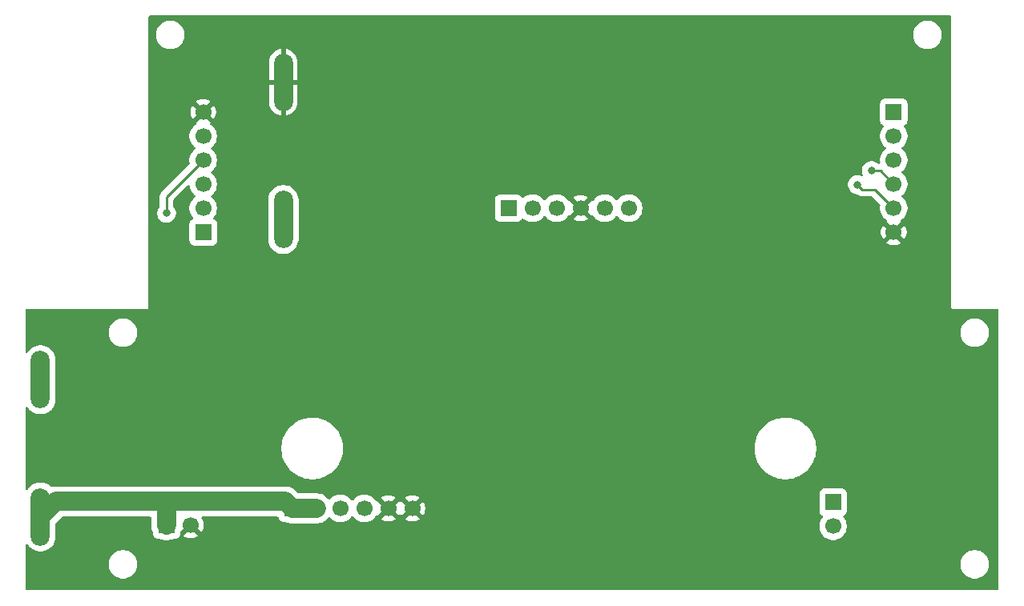
<source format=gbr>
G04 #@! TF.GenerationSoftware,KiCad,Pcbnew,9.0.4*
G04 #@! TF.CreationDate,2025-08-30T14:04:45-07:00*
G04 #@! TF.ProjectId,romi_board_bottom,726f6d69-5f62-46f6-9172-645f626f7474,rev?*
G04 #@! TF.SameCoordinates,Original*
G04 #@! TF.FileFunction,Copper,L2,Bot*
G04 #@! TF.FilePolarity,Positive*
%FSLAX46Y46*%
G04 Gerber Fmt 4.6, Leading zero omitted, Abs format (unit mm)*
G04 Created by KiCad (PCBNEW 9.0.4) date 2025-08-30 14:04:45*
%MOMM*%
%LPD*%
G01*
G04 APERTURE LIST*
G04 #@! TA.AperFunction,ComponentPad*
%ADD10R,1.700000X1.700000*%
G04 #@! TD*
G04 #@! TA.AperFunction,ComponentPad*
%ADD11C,1.700000*%
G04 #@! TD*
G04 #@! TA.AperFunction,ComponentPad*
%ADD12O,2.020000X6.080000*%
G04 #@! TD*
G04 #@! TA.AperFunction,ViaPad*
%ADD13C,0.800000*%
G04 #@! TD*
G04 #@! TA.AperFunction,Conductor*
%ADD14C,2.000000*%
G04 #@! TD*
G04 #@! TA.AperFunction,Conductor*
%ADD15C,0.250000*%
G04 #@! TD*
G04 APERTURE END LIST*
D10*
X64872122Y-114010976D03*
D11*
X64872122Y-111470976D03*
X64872122Y-108930976D03*
X64872122Y-106390976D03*
X64872122Y-103850976D03*
X64872122Y-101310976D03*
D12*
X73332122Y-112660976D03*
X73332122Y-98160976D03*
X47672122Y-144130976D03*
X47672122Y-129630976D03*
D10*
X97132122Y-111470976D03*
D11*
X99672122Y-111470976D03*
X102212122Y-111470976D03*
X104752122Y-111470976D03*
X107292122Y-111470976D03*
X109832122Y-111470976D03*
D10*
X137842122Y-101310976D03*
D11*
X137842122Y-103850976D03*
X137842122Y-106390976D03*
X137842122Y-108930976D03*
X137842122Y-111470976D03*
X137842122Y-114010976D03*
D10*
X74272122Y-143220976D03*
D11*
X76812122Y-143220976D03*
X79352122Y-143220976D03*
X81892122Y-143220976D03*
X84432122Y-143220976D03*
X86972122Y-143220976D03*
D10*
X131422122Y-142580976D03*
D11*
X131422122Y-145120976D03*
D10*
X61000000Y-145000000D03*
D11*
X63540000Y-145000000D03*
D13*
X128000000Y-108000000D03*
X61000000Y-107000000D03*
X135500000Y-107500000D03*
X134000000Y-109000000D03*
X61000000Y-112000000D03*
D14*
X73551146Y-142500000D02*
X61000000Y-142500000D01*
X48582122Y-143220976D02*
X47700010Y-144103088D01*
X49303098Y-142500000D02*
X47672122Y-144130976D01*
X74272122Y-143220976D02*
X73551146Y-142500000D01*
X61000000Y-145000000D02*
X61000000Y-142500000D01*
X61000000Y-142500000D02*
X49303098Y-142500000D01*
X76812122Y-143220976D02*
X74272122Y-143220976D01*
D15*
X136411146Y-107500000D02*
X137842122Y-108930976D01*
X135500000Y-107500000D02*
X136411146Y-107500000D01*
X134000000Y-109000000D02*
X134500000Y-109500000D01*
X135871146Y-109500000D02*
X137842122Y-111470976D01*
X134500000Y-109500000D02*
X135871146Y-109500000D01*
X61000000Y-110263098D02*
X61000000Y-112000000D01*
X64872122Y-106390976D02*
X61000000Y-110263098D01*
G04 #@! TA.AperFunction,Conductor*
G36*
X143841621Y-91120502D02*
G01*
X143888114Y-91174158D01*
X143899500Y-91226500D01*
X143899500Y-122019992D01*
X143914799Y-122056927D01*
X143914802Y-122056932D01*
X143943067Y-122085197D01*
X143943069Y-122085198D01*
X143943071Y-122085200D01*
X143980009Y-122100500D01*
X144019991Y-122100500D01*
X148773500Y-122100500D01*
X148841621Y-122120502D01*
X148888114Y-122174158D01*
X148899500Y-122226500D01*
X148899500Y-151773500D01*
X148879498Y-151841621D01*
X148825842Y-151888114D01*
X148773500Y-151899500D01*
X46226500Y-151899500D01*
X46158379Y-151879498D01*
X46111886Y-151825842D01*
X46100500Y-151773500D01*
X46100500Y-149022884D01*
X54891622Y-149022884D01*
X54891622Y-149259068D01*
X54928569Y-149492344D01*
X55001554Y-149716968D01*
X55001555Y-149716969D01*
X55108781Y-149927412D01*
X55247606Y-150118488D01*
X55414609Y-150285491D01*
X55414612Y-150285493D01*
X55605689Y-150424319D01*
X55816130Y-150531544D01*
X56040754Y-150604529D01*
X56274030Y-150641476D01*
X56274033Y-150641476D01*
X56510211Y-150641476D01*
X56510214Y-150641476D01*
X56743490Y-150604529D01*
X56968114Y-150531544D01*
X57178555Y-150424319D01*
X57369632Y-150285493D01*
X57536639Y-150118486D01*
X57675465Y-149927409D01*
X57782690Y-149716968D01*
X57855675Y-149492344D01*
X57892622Y-149259068D01*
X57892622Y-149022884D01*
X144891622Y-149022884D01*
X144891622Y-149259068D01*
X144928569Y-149492344D01*
X145001554Y-149716968D01*
X145001555Y-149716969D01*
X145108781Y-149927412D01*
X145247606Y-150118488D01*
X145414609Y-150285491D01*
X145414612Y-150285493D01*
X145605689Y-150424319D01*
X145816130Y-150531544D01*
X146040754Y-150604529D01*
X146274030Y-150641476D01*
X146274033Y-150641476D01*
X146510211Y-150641476D01*
X146510214Y-150641476D01*
X146743490Y-150604529D01*
X146968114Y-150531544D01*
X147178555Y-150424319D01*
X147369632Y-150285493D01*
X147536639Y-150118486D01*
X147675465Y-149927409D01*
X147782690Y-149716968D01*
X147855675Y-149492344D01*
X147892622Y-149259068D01*
X147892622Y-149022884D01*
X147855675Y-148789608D01*
X147782690Y-148564984D01*
X147675465Y-148354543D01*
X147536639Y-148163466D01*
X147536637Y-148163463D01*
X147369634Y-147996460D01*
X147178558Y-147857635D01*
X147178557Y-147857634D01*
X147178555Y-147857633D01*
X146968114Y-147750408D01*
X146743490Y-147677423D01*
X146510214Y-147640476D01*
X146274030Y-147640476D01*
X146040754Y-147677423D01*
X146040751Y-147677423D01*
X146040750Y-147677424D01*
X145816130Y-147750408D01*
X145816128Y-147750409D01*
X145605685Y-147857635D01*
X145414609Y-147996460D01*
X145247606Y-148163463D01*
X145108781Y-148354539D01*
X145108779Y-148354543D01*
X145001554Y-148564984D01*
X144928569Y-148789608D01*
X144891622Y-149022884D01*
X57892622Y-149022884D01*
X57855675Y-148789608D01*
X57782690Y-148564984D01*
X57675465Y-148354543D01*
X57536639Y-148163466D01*
X57536637Y-148163463D01*
X57369634Y-147996460D01*
X57178558Y-147857635D01*
X57178557Y-147857634D01*
X57178555Y-147857633D01*
X56968114Y-147750408D01*
X56743490Y-147677423D01*
X56510214Y-147640476D01*
X56274030Y-147640476D01*
X56040754Y-147677423D01*
X56040751Y-147677423D01*
X56040750Y-147677424D01*
X55816130Y-147750408D01*
X55816128Y-147750409D01*
X55605685Y-147857635D01*
X55414609Y-147996460D01*
X55247606Y-148163463D01*
X55108781Y-148354539D01*
X55108779Y-148354543D01*
X55001554Y-148564984D01*
X54928569Y-148789608D01*
X54891622Y-149022884D01*
X46100500Y-149022884D01*
X46100500Y-147125558D01*
X46120502Y-147057437D01*
X46174158Y-147010944D01*
X46244432Y-147000840D01*
X46309012Y-147030334D01*
X46328435Y-147051496D01*
X46443701Y-147210146D01*
X46443703Y-147210148D01*
X46443705Y-147210151D01*
X46622946Y-147389392D01*
X46622949Y-147389394D01*
X46622952Y-147389397D01*
X46828036Y-147538399D01*
X47053905Y-147653485D01*
X47294996Y-147731820D01*
X47545373Y-147771476D01*
X47545376Y-147771476D01*
X47798868Y-147771476D01*
X47798871Y-147771476D01*
X48049248Y-147731820D01*
X48290339Y-147653485D01*
X48516208Y-147538399D01*
X48721292Y-147389397D01*
X48900543Y-147210146D01*
X49049545Y-147005062D01*
X49164631Y-146779193D01*
X49242966Y-146538102D01*
X49282622Y-146287725D01*
X49282622Y-144836115D01*
X49302624Y-144767994D01*
X49319527Y-144747020D01*
X49929142Y-144137405D01*
X49991454Y-144103379D01*
X50018237Y-144100500D01*
X59273500Y-144100500D01*
X59341621Y-144120502D01*
X59388114Y-144174158D01*
X59399500Y-144226500D01*
X59399500Y-145125962D01*
X59428175Y-145307007D01*
X59438911Y-145374790D01*
X59516759Y-145614380D01*
X59535767Y-145651684D01*
X59549500Y-145708886D01*
X59549500Y-145889359D01*
X59549501Y-145889368D01*
X59561865Y-145983281D01*
X59564956Y-146006762D01*
X59625464Y-146152841D01*
X59721718Y-146278282D01*
X59847159Y-146374536D01*
X59993238Y-146435044D01*
X60110639Y-146450500D01*
X60291110Y-146450499D01*
X60348313Y-146464232D01*
X60385619Y-146483240D01*
X60385621Y-146483241D01*
X60625215Y-146561090D01*
X60874038Y-146600500D01*
X60874041Y-146600500D01*
X61125959Y-146600500D01*
X61125962Y-146600500D01*
X61374785Y-146561090D01*
X61614379Y-146483241D01*
X61651686Y-146464231D01*
X61708888Y-146450499D01*
X61889360Y-146450499D01*
X61889368Y-146450498D01*
X61894106Y-146449874D01*
X62006762Y-146435044D01*
X62152841Y-146374536D01*
X62278282Y-146278282D01*
X62374536Y-146152841D01*
X62435044Y-146006762D01*
X62450500Y-145889361D01*
X62450499Y-145782479D01*
X62470500Y-145714360D01*
X62487404Y-145693384D01*
X63055841Y-145124946D01*
X63074075Y-145192993D01*
X63139901Y-145307007D01*
X63232993Y-145400099D01*
X63347007Y-145465925D01*
X63415051Y-145484157D01*
X62775831Y-146123378D01*
X62828249Y-146161463D01*
X62828251Y-146161464D01*
X63018707Y-146258506D01*
X63018713Y-146258509D01*
X63221996Y-146324559D01*
X63433126Y-146358000D01*
X63646874Y-146358000D01*
X63858003Y-146324559D01*
X64061286Y-146258509D01*
X64061292Y-146258506D01*
X64251750Y-146161463D01*
X64304167Y-146123378D01*
X64304167Y-146123376D01*
X63664948Y-145484157D01*
X63732993Y-145465925D01*
X63847007Y-145400099D01*
X63940099Y-145307007D01*
X64005925Y-145192993D01*
X64024158Y-145124947D01*
X64663377Y-145764167D01*
X64663378Y-145764167D01*
X64701463Y-145711750D01*
X64798506Y-145521292D01*
X64798509Y-145521286D01*
X64864559Y-145318003D01*
X64898000Y-145106873D01*
X64898000Y-144893126D01*
X64864559Y-144681996D01*
X64798509Y-144478713D01*
X64798506Y-144478707D01*
X64699218Y-144283842D01*
X64701351Y-144282755D01*
X64685431Y-144223683D01*
X64706951Y-144156027D01*
X64761633Y-144110745D01*
X64811400Y-144100500D01*
X72709828Y-144100500D01*
X72777949Y-144120502D01*
X72824442Y-144174158D01*
X72834750Y-144210054D01*
X72837077Y-144227736D01*
X72837078Y-144227738D01*
X72897586Y-144373817D01*
X72993840Y-144499258D01*
X73119281Y-144595512D01*
X73265360Y-144656020D01*
X73382761Y-144671476D01*
X73563232Y-144671475D01*
X73620435Y-144685208D01*
X73657739Y-144704215D01*
X73657743Y-144704217D01*
X73897337Y-144782066D01*
X74146160Y-144821476D01*
X74146163Y-144821476D01*
X76938081Y-144821476D01*
X76938084Y-144821476D01*
X77186907Y-144782066D01*
X77426501Y-144704217D01*
X77650967Y-144589846D01*
X77854778Y-144441769D01*
X78032915Y-144263632D01*
X78076881Y-144203116D01*
X78133103Y-144159763D01*
X78203839Y-144153687D01*
X78266631Y-144186819D01*
X78267912Y-144188083D01*
X78407182Y-144327353D01*
X78407185Y-144327355D01*
X78591894Y-144461555D01*
X78795323Y-144565207D01*
X79012462Y-144635760D01*
X79237965Y-144671476D01*
X79237968Y-144671476D01*
X79466276Y-144671476D01*
X79466279Y-144671476D01*
X79691782Y-144635760D01*
X79908921Y-144565207D01*
X80112350Y-144461555D01*
X80297059Y-144327355D01*
X80458501Y-144165913D01*
X80520186Y-144081010D01*
X80576408Y-144037657D01*
X80647145Y-144031582D01*
X80709936Y-144064714D01*
X80724055Y-144081008D01*
X80785743Y-144165913D01*
X80785745Y-144165915D01*
X80785747Y-144165918D01*
X80947182Y-144327353D01*
X80947185Y-144327355D01*
X81131894Y-144461555D01*
X81335323Y-144565207D01*
X81552462Y-144635760D01*
X81777965Y-144671476D01*
X81777968Y-144671476D01*
X82006276Y-144671476D01*
X82006279Y-144671476D01*
X82231782Y-144635760D01*
X82448921Y-144565207D01*
X82652350Y-144461555D01*
X82837059Y-144327355D01*
X82881659Y-144282755D01*
X82957178Y-144207237D01*
X82998496Y-144165918D01*
X82998501Y-144165913D01*
X83117355Y-144002324D01*
X83173576Y-143958972D01*
X83244313Y-143952897D01*
X83304847Y-143984837D01*
X83308743Y-143985144D01*
X83947963Y-143345923D01*
X83966197Y-143413969D01*
X84032023Y-143527983D01*
X84125115Y-143621075D01*
X84239129Y-143686901D01*
X84307173Y-143705133D01*
X83667953Y-144344354D01*
X83720371Y-144382439D01*
X83720373Y-144382440D01*
X83910829Y-144479482D01*
X83910835Y-144479485D01*
X84114118Y-144545535D01*
X84325248Y-144578976D01*
X84538996Y-144578976D01*
X84750125Y-144545535D01*
X84953408Y-144479485D01*
X84953414Y-144479482D01*
X85143872Y-144382439D01*
X85196289Y-144344354D01*
X85196289Y-144344352D01*
X84557070Y-143705133D01*
X84625115Y-143686901D01*
X84739129Y-143621075D01*
X84832221Y-143527983D01*
X84898047Y-143413969D01*
X84916279Y-143345924D01*
X85555498Y-143985143D01*
X85555500Y-143985143D01*
X85593585Y-143932726D01*
X85594684Y-143930934D01*
X85595280Y-143930394D01*
X85596499Y-143928717D01*
X85596851Y-143928972D01*
X85647328Y-143883298D01*
X85717368Y-143871686D01*
X85782568Y-143899784D01*
X85807681Y-143928764D01*
X85807746Y-143928718D01*
X85808287Y-143929463D01*
X85809555Y-143930926D01*
X85810657Y-143932725D01*
X85848742Y-143985143D01*
X85848743Y-143985144D01*
X86487963Y-143345923D01*
X86506197Y-143413969D01*
X86572023Y-143527983D01*
X86665115Y-143621075D01*
X86779129Y-143686901D01*
X86847173Y-143705133D01*
X86207953Y-144344354D01*
X86260371Y-144382439D01*
X86260373Y-144382440D01*
X86450829Y-144479482D01*
X86450835Y-144479485D01*
X86654118Y-144545535D01*
X86865248Y-144578976D01*
X87078996Y-144578976D01*
X87290125Y-144545535D01*
X87493408Y-144479485D01*
X87493414Y-144479482D01*
X87683872Y-144382439D01*
X87736289Y-144344354D01*
X87736289Y-144344352D01*
X87097070Y-143705133D01*
X87165115Y-143686901D01*
X87279129Y-143621075D01*
X87372221Y-143527983D01*
X87438047Y-143413969D01*
X87456279Y-143345924D01*
X88095498Y-143985143D01*
X88095500Y-143985143D01*
X88133585Y-143932726D01*
X88230628Y-143742268D01*
X88230631Y-143742262D01*
X88296681Y-143538979D01*
X88330122Y-143327849D01*
X88330122Y-143114102D01*
X88296681Y-142902972D01*
X88230631Y-142699689D01*
X88230628Y-142699683D01*
X88133586Y-142509227D01*
X88133585Y-142509225D01*
X88095500Y-142456807D01*
X87456279Y-143096027D01*
X87438047Y-143027983D01*
X87372221Y-142913969D01*
X87279129Y-142820877D01*
X87165115Y-142755051D01*
X87097069Y-142736817D01*
X87736290Y-142097597D01*
X87736289Y-142097596D01*
X87683872Y-142059512D01*
X87683870Y-142059511D01*
X87493414Y-141962469D01*
X87493408Y-141962466D01*
X87290125Y-141896416D01*
X87078996Y-141862976D01*
X86865248Y-141862976D01*
X86654118Y-141896416D01*
X86450835Y-141962466D01*
X86450829Y-141962469D01*
X86260375Y-142059510D01*
X86207953Y-142097597D01*
X86207953Y-142097598D01*
X86847173Y-142736818D01*
X86779129Y-142755051D01*
X86665115Y-142820877D01*
X86572023Y-142913969D01*
X86506197Y-143027983D01*
X86487964Y-143096027D01*
X85848744Y-142456807D01*
X85848743Y-142456807D01*
X85810644Y-142509245D01*
X85809544Y-142511041D01*
X85808949Y-142511579D01*
X85807746Y-142513235D01*
X85807397Y-142512982D01*
X85756890Y-142558665D01*
X85686847Y-142570262D01*
X85621653Y-142542150D01*
X85596562Y-142513187D01*
X85596498Y-142513234D01*
X85595952Y-142512482D01*
X85594685Y-142511020D01*
X85593584Y-142509224D01*
X85555500Y-142456807D01*
X84916279Y-143096027D01*
X84898047Y-143027983D01*
X84832221Y-142913969D01*
X84739129Y-142820877D01*
X84625115Y-142755051D01*
X84557069Y-142736817D01*
X85196290Y-142097597D01*
X85196289Y-142097596D01*
X85143872Y-142059512D01*
X85143870Y-142059511D01*
X84953414Y-141962469D01*
X84953408Y-141962466D01*
X84750125Y-141896416D01*
X84538996Y-141862976D01*
X84325248Y-141862976D01*
X84114118Y-141896416D01*
X83910835Y-141962466D01*
X83910829Y-141962469D01*
X83720375Y-142059510D01*
X83667953Y-142097597D01*
X83667953Y-142097598D01*
X84307173Y-142736818D01*
X84239129Y-142755051D01*
X84125115Y-142820877D01*
X84032023Y-142913969D01*
X83966197Y-143027983D01*
X83947964Y-143096027D01*
X83308744Y-142456807D01*
X83297829Y-142457666D01*
X83265001Y-142482980D01*
X83194265Y-142489054D01*
X83131474Y-142455921D01*
X83117354Y-142439625D01*
X82998499Y-142276036D01*
X82837061Y-142114598D01*
X82652353Y-141980399D01*
X82652352Y-141980398D01*
X82652350Y-141980397D01*
X82448921Y-141876745D01*
X82345963Y-141843291D01*
X82235267Y-141807324D01*
X82235266Y-141807324D01*
X82233591Y-141806780D01*
X82231783Y-141806192D01*
X82175406Y-141797263D01*
X82006279Y-141770476D01*
X81777965Y-141770476D01*
X81552462Y-141806192D01*
X81552459Y-141806192D01*
X81552458Y-141806193D01*
X81335323Y-141876745D01*
X81335321Y-141876746D01*
X81131890Y-141980399D01*
X80947182Y-142114598D01*
X80785748Y-142276032D01*
X80724058Y-142360941D01*
X80667835Y-142404294D01*
X80597099Y-142410369D01*
X80534307Y-142377237D01*
X80520186Y-142360941D01*
X80458501Y-142276039D01*
X80458497Y-142276035D01*
X80458495Y-142276032D01*
X80297061Y-142114598D01*
X80112353Y-141980399D01*
X80112352Y-141980398D01*
X80112350Y-141980397D01*
X79908921Y-141876745D01*
X79691782Y-141806192D01*
X79466279Y-141770476D01*
X79237965Y-141770476D01*
X79012462Y-141806192D01*
X79012459Y-141806192D01*
X79012458Y-141806193D01*
X78795323Y-141876745D01*
X78795321Y-141876746D01*
X78591890Y-141980399D01*
X78407184Y-142114597D01*
X78267912Y-142253869D01*
X78205600Y-142287894D01*
X78134784Y-142282829D01*
X78077949Y-142240282D01*
X78076881Y-142238834D01*
X78032915Y-142178320D01*
X78032912Y-142178317D01*
X78032910Y-142178314D01*
X77854783Y-142000187D01*
X77854780Y-142000185D01*
X77854778Y-142000183D01*
X77650967Y-141852106D01*
X77426501Y-141737735D01*
X77426498Y-141737734D01*
X77426496Y-141737733D01*
X77284551Y-141691612D01*
X129971622Y-141691612D01*
X129971622Y-143470335D01*
X129971623Y-143470344D01*
X129980659Y-143538979D01*
X129987078Y-143587738D01*
X130047586Y-143733817D01*
X130143840Y-143859258D01*
X130269281Y-143955512D01*
X130283853Y-143961548D01*
X130339133Y-144006096D01*
X130361554Y-144073459D01*
X130343996Y-144142250D01*
X130324733Y-144167048D01*
X130315744Y-144176037D01*
X130181545Y-144360744D01*
X130077892Y-144564175D01*
X130077891Y-144564177D01*
X130011667Y-144767994D01*
X130007338Y-144781316D01*
X129971622Y-145006819D01*
X129971622Y-145235133D01*
X130007338Y-145460636D01*
X130077891Y-145677775D01*
X130181543Y-145881204D01*
X130181545Y-145881207D01*
X130315744Y-146065915D01*
X130477182Y-146227353D01*
X130598526Y-146315515D01*
X130661894Y-146361555D01*
X130865323Y-146465207D01*
X131082462Y-146535760D01*
X131307965Y-146571476D01*
X131307968Y-146571476D01*
X131536276Y-146571476D01*
X131536279Y-146571476D01*
X131761782Y-146535760D01*
X131978921Y-146465207D01*
X132182350Y-146361555D01*
X132367059Y-146227355D01*
X132528501Y-146065913D01*
X132662701Y-145881204D01*
X132766353Y-145677775D01*
X132836906Y-145460636D01*
X132872622Y-145235133D01*
X132872622Y-145006819D01*
X132836906Y-144781316D01*
X132766353Y-144564177D01*
X132662701Y-144360748D01*
X132528501Y-144176039D01*
X132528499Y-144176036D01*
X132519514Y-144167051D01*
X132485488Y-144104739D01*
X132490553Y-144033924D01*
X132533100Y-143977088D01*
X132560385Y-143961550D01*
X132574963Y-143955512D01*
X132700404Y-143859258D01*
X132796658Y-143733817D01*
X132857166Y-143587738D01*
X132872622Y-143470337D01*
X132872621Y-141691616D01*
X132872621Y-141691615D01*
X132872620Y-141691607D01*
X132868444Y-141659886D01*
X132857166Y-141574214D01*
X132796658Y-141428135D01*
X132700404Y-141302694D01*
X132574963Y-141206440D01*
X132428884Y-141145932D01*
X132428882Y-141145931D01*
X132352454Y-141135869D01*
X132311483Y-141130476D01*
X132311480Y-141130476D01*
X130532762Y-141130476D01*
X130532753Y-141130477D01*
X130427100Y-141144386D01*
X130415360Y-141145932D01*
X130269282Y-141206439D01*
X130269279Y-141206441D01*
X130143840Y-141302694D01*
X130047587Y-141428133D01*
X130047585Y-141428136D01*
X129987077Y-141574215D01*
X129971622Y-141691612D01*
X77284551Y-141691612D01*
X77186912Y-141659887D01*
X77186908Y-141659886D01*
X77186907Y-141659886D01*
X76938084Y-141620476D01*
X76938081Y-141620476D01*
X74987261Y-141620476D01*
X74919140Y-141600474D01*
X74898170Y-141583575D01*
X74593802Y-141279207D01*
X74563085Y-141256890D01*
X74493648Y-141206441D01*
X74389994Y-141131132D01*
X74389993Y-141131131D01*
X74389991Y-141131130D01*
X74165525Y-141016759D01*
X74165522Y-141016758D01*
X74165520Y-141016757D01*
X73925936Y-140938911D01*
X73925932Y-140938910D01*
X73925931Y-140938910D01*
X73677108Y-140899500D01*
X61125962Y-140899500D01*
X49177136Y-140899500D01*
X48928313Y-140938910D01*
X48928311Y-140938910D01*
X48928308Y-140938911D01*
X48895573Y-140949547D01*
X48824606Y-140951573D01*
X48767546Y-140918809D01*
X48721292Y-140872555D01*
X48516208Y-140723553D01*
X48290339Y-140608467D01*
X48290336Y-140608466D01*
X48290334Y-140608465D01*
X48049253Y-140530133D01*
X48049249Y-140530132D01*
X48049248Y-140530132D01*
X47798871Y-140490476D01*
X47545373Y-140490476D01*
X47294996Y-140530132D01*
X47294990Y-140530133D01*
X47053909Y-140608465D01*
X47053903Y-140608468D01*
X46828032Y-140723555D01*
X46622949Y-140872557D01*
X46622946Y-140872559D01*
X46443702Y-141051803D01*
X46328436Y-141210454D01*
X46272213Y-141253808D01*
X46201477Y-141259883D01*
X46138686Y-141226751D01*
X46103774Y-141164931D01*
X46100500Y-141136393D01*
X46100500Y-136731282D01*
X73141622Y-136731282D01*
X73141622Y-137050669D01*
X73172924Y-137368484D01*
X73172926Y-137368499D01*
X73235233Y-137681736D01*
X73327942Y-137987357D01*
X73327943Y-137987361D01*
X73450161Y-138282420D01*
X73600714Y-138564084D01*
X73778142Y-138829625D01*
X73778153Y-138829640D01*
X73980750Y-139076504D01*
X73980768Y-139076524D01*
X74206573Y-139302329D01*
X74206583Y-139302338D01*
X74206587Y-139302342D01*
X74453466Y-139504951D01*
X74719016Y-139682385D01*
X75000678Y-139832937D01*
X75295741Y-139955156D01*
X75601362Y-140047865D01*
X75914599Y-140110172D01*
X76232435Y-140141476D01*
X76232444Y-140141476D01*
X76551800Y-140141476D01*
X76551809Y-140141476D01*
X76869645Y-140110172D01*
X77182882Y-140047865D01*
X77488503Y-139955156D01*
X77783566Y-139832937D01*
X78065228Y-139682385D01*
X78330778Y-139504951D01*
X78577657Y-139302342D01*
X78803488Y-139076511D01*
X79006097Y-138829632D01*
X79183531Y-138564082D01*
X79334083Y-138282420D01*
X79456302Y-137987357D01*
X79549011Y-137681736D01*
X79611318Y-137368499D01*
X79642622Y-137050663D01*
X79642622Y-136731289D01*
X79642621Y-136731282D01*
X123141622Y-136731282D01*
X123141622Y-137050669D01*
X123172924Y-137368484D01*
X123172926Y-137368499D01*
X123235233Y-137681736D01*
X123327942Y-137987357D01*
X123327943Y-137987361D01*
X123450161Y-138282420D01*
X123600714Y-138564084D01*
X123778142Y-138829625D01*
X123778153Y-138829640D01*
X123980750Y-139076504D01*
X123980768Y-139076524D01*
X124206573Y-139302329D01*
X124206583Y-139302338D01*
X124206587Y-139302342D01*
X124453466Y-139504951D01*
X124719016Y-139682385D01*
X125000678Y-139832937D01*
X125295741Y-139955156D01*
X125601362Y-140047865D01*
X125914599Y-140110172D01*
X126232435Y-140141476D01*
X126232444Y-140141476D01*
X126551800Y-140141476D01*
X126551809Y-140141476D01*
X126869645Y-140110172D01*
X127182882Y-140047865D01*
X127488503Y-139955156D01*
X127783566Y-139832937D01*
X128065228Y-139682385D01*
X128330778Y-139504951D01*
X128577657Y-139302342D01*
X128803488Y-139076511D01*
X129006097Y-138829632D01*
X129183531Y-138564082D01*
X129334083Y-138282420D01*
X129456302Y-137987357D01*
X129549011Y-137681736D01*
X129611318Y-137368499D01*
X129642622Y-137050663D01*
X129642622Y-136731289D01*
X129611318Y-136413453D01*
X129549011Y-136100216D01*
X129456302Y-135794595D01*
X129334083Y-135499532D01*
X129183531Y-135217870D01*
X129006097Y-134952320D01*
X128803488Y-134705441D01*
X128803484Y-134705437D01*
X128803475Y-134705427D01*
X128577670Y-134479622D01*
X128577650Y-134479604D01*
X128330786Y-134277007D01*
X128330771Y-134276996D01*
X128065230Y-134099568D01*
X127783566Y-133949015D01*
X127488507Y-133826797D01*
X127488503Y-133826796D01*
X127182882Y-133734087D01*
X126974057Y-133692549D01*
X126869646Y-133671780D01*
X126869630Y-133671778D01*
X126551815Y-133640476D01*
X126551809Y-133640476D01*
X126232435Y-133640476D01*
X126232428Y-133640476D01*
X125914613Y-133671778D01*
X125914597Y-133671780D01*
X125705774Y-133713318D01*
X125601362Y-133734087D01*
X125448551Y-133780441D01*
X125295740Y-133826796D01*
X125295736Y-133826797D01*
X125000677Y-133949015D01*
X124719013Y-134099568D01*
X124453472Y-134276996D01*
X124453457Y-134277007D01*
X124206593Y-134479604D01*
X124206573Y-134479622D01*
X123980768Y-134705427D01*
X123980750Y-134705447D01*
X123778153Y-134952311D01*
X123778142Y-134952326D01*
X123600714Y-135217867D01*
X123450161Y-135499531D01*
X123327943Y-135794590D01*
X123327942Y-135794594D01*
X123235233Y-136100217D01*
X123172926Y-136413451D01*
X123172924Y-136413467D01*
X123141622Y-136731282D01*
X79642621Y-136731282D01*
X79611318Y-136413453D01*
X79549011Y-136100216D01*
X79456302Y-135794595D01*
X79334083Y-135499532D01*
X79183531Y-135217870D01*
X79006097Y-134952320D01*
X78803488Y-134705441D01*
X78803484Y-134705437D01*
X78803475Y-134705427D01*
X78577670Y-134479622D01*
X78577650Y-134479604D01*
X78330786Y-134277007D01*
X78330771Y-134276996D01*
X78065230Y-134099568D01*
X77783566Y-133949015D01*
X77488507Y-133826797D01*
X77488503Y-133826796D01*
X77182882Y-133734087D01*
X76974057Y-133692549D01*
X76869646Y-133671780D01*
X76869630Y-133671778D01*
X76551815Y-133640476D01*
X76551809Y-133640476D01*
X76232435Y-133640476D01*
X76232428Y-133640476D01*
X75914613Y-133671778D01*
X75914597Y-133671780D01*
X75705774Y-133713318D01*
X75601362Y-133734087D01*
X75448551Y-133780441D01*
X75295740Y-133826796D01*
X75295736Y-133826797D01*
X75000677Y-133949015D01*
X74719013Y-134099568D01*
X74453472Y-134276996D01*
X74453457Y-134277007D01*
X74206593Y-134479604D01*
X74206573Y-134479622D01*
X73980768Y-134705427D01*
X73980750Y-134705447D01*
X73778153Y-134952311D01*
X73778142Y-134952326D01*
X73600714Y-135217867D01*
X73450161Y-135499531D01*
X73327943Y-135794590D01*
X73327942Y-135794594D01*
X73235233Y-136100217D01*
X73172926Y-136413451D01*
X73172924Y-136413467D01*
X73141622Y-136731282D01*
X46100500Y-136731282D01*
X46100500Y-132625558D01*
X46120502Y-132557437D01*
X46174158Y-132510944D01*
X46244432Y-132500840D01*
X46309012Y-132530334D01*
X46328435Y-132551496D01*
X46443701Y-132710146D01*
X46443703Y-132710148D01*
X46443705Y-132710151D01*
X46622946Y-132889392D01*
X46622949Y-132889394D01*
X46622952Y-132889397D01*
X46828036Y-133038399D01*
X47053905Y-133153485D01*
X47294996Y-133231820D01*
X47545373Y-133271476D01*
X47545376Y-133271476D01*
X47798868Y-133271476D01*
X47798871Y-133271476D01*
X48049248Y-133231820D01*
X48290339Y-133153485D01*
X48516208Y-133038399D01*
X48721292Y-132889397D01*
X48900543Y-132710146D01*
X49049545Y-132505062D01*
X49164631Y-132279193D01*
X49242966Y-132038102D01*
X49282622Y-131787725D01*
X49282622Y-127474227D01*
X49242966Y-127223850D01*
X49164631Y-126982759D01*
X49049545Y-126756890D01*
X48900543Y-126551806D01*
X48900540Y-126551803D01*
X48900538Y-126551800D01*
X48721297Y-126372559D01*
X48721294Y-126372557D01*
X48721292Y-126372555D01*
X48516208Y-126223553D01*
X48290339Y-126108467D01*
X48290336Y-126108466D01*
X48290334Y-126108465D01*
X48049253Y-126030133D01*
X48049249Y-126030132D01*
X48049248Y-126030132D01*
X47798871Y-125990476D01*
X47545373Y-125990476D01*
X47294996Y-126030132D01*
X47294990Y-126030133D01*
X47053909Y-126108465D01*
X47053903Y-126108468D01*
X46828032Y-126223555D01*
X46622949Y-126372557D01*
X46622946Y-126372559D01*
X46443702Y-126551803D01*
X46328436Y-126710454D01*
X46272213Y-126753808D01*
X46201477Y-126759883D01*
X46138686Y-126726751D01*
X46103774Y-126664931D01*
X46100500Y-126636393D01*
X46100500Y-124522884D01*
X54891622Y-124522884D01*
X54891622Y-124759068D01*
X54928569Y-124992344D01*
X55001554Y-125216968D01*
X55001555Y-125216969D01*
X55108781Y-125427412D01*
X55247606Y-125618488D01*
X55414609Y-125785491D01*
X55414612Y-125785493D01*
X55605689Y-125924319D01*
X55816130Y-126031544D01*
X56040754Y-126104529D01*
X56274030Y-126141476D01*
X56274033Y-126141476D01*
X56510211Y-126141476D01*
X56510214Y-126141476D01*
X56743490Y-126104529D01*
X56968114Y-126031544D01*
X57178555Y-125924319D01*
X57369632Y-125785493D01*
X57536639Y-125618486D01*
X57675465Y-125427409D01*
X57782690Y-125216968D01*
X57855675Y-124992344D01*
X57892622Y-124759068D01*
X57892622Y-124522884D01*
X144891622Y-124522884D01*
X144891622Y-124759068D01*
X144928569Y-124992344D01*
X145001554Y-125216968D01*
X145001555Y-125216969D01*
X145108781Y-125427412D01*
X145247606Y-125618488D01*
X145414609Y-125785491D01*
X145414612Y-125785493D01*
X145605689Y-125924319D01*
X145816130Y-126031544D01*
X146040754Y-126104529D01*
X146274030Y-126141476D01*
X146274033Y-126141476D01*
X146510211Y-126141476D01*
X146510214Y-126141476D01*
X146743490Y-126104529D01*
X146968114Y-126031544D01*
X147178555Y-125924319D01*
X147369632Y-125785493D01*
X147536639Y-125618486D01*
X147675465Y-125427409D01*
X147782690Y-125216968D01*
X147855675Y-124992344D01*
X147892622Y-124759068D01*
X147892622Y-124522884D01*
X147855675Y-124289608D01*
X147782690Y-124064984D01*
X147675465Y-123854543D01*
X147536639Y-123663466D01*
X147536637Y-123663463D01*
X147369634Y-123496460D01*
X147178558Y-123357635D01*
X147178557Y-123357634D01*
X147178555Y-123357633D01*
X146968114Y-123250408D01*
X146743490Y-123177423D01*
X146510214Y-123140476D01*
X146274030Y-123140476D01*
X146040754Y-123177423D01*
X146040751Y-123177423D01*
X146040750Y-123177424D01*
X145816130Y-123250408D01*
X145816128Y-123250409D01*
X145605685Y-123357635D01*
X145414609Y-123496460D01*
X145247606Y-123663463D01*
X145108781Y-123854539D01*
X145108779Y-123854543D01*
X145001554Y-124064984D01*
X144928569Y-124289608D01*
X144891622Y-124522884D01*
X57892622Y-124522884D01*
X57855675Y-124289608D01*
X57782690Y-124064984D01*
X57675465Y-123854543D01*
X57536639Y-123663466D01*
X57536637Y-123663463D01*
X57369634Y-123496460D01*
X57178558Y-123357635D01*
X57178557Y-123357634D01*
X57178555Y-123357633D01*
X56968114Y-123250408D01*
X56743490Y-123177423D01*
X56510214Y-123140476D01*
X56274030Y-123140476D01*
X56040754Y-123177423D01*
X56040751Y-123177423D01*
X56040750Y-123177424D01*
X55816130Y-123250408D01*
X55816128Y-123250409D01*
X55605685Y-123357635D01*
X55414609Y-123496460D01*
X55247606Y-123663463D01*
X55108781Y-123854539D01*
X55108779Y-123854543D01*
X55001554Y-124064984D01*
X54928569Y-124289608D01*
X54891622Y-124522884D01*
X46100500Y-124522884D01*
X46100500Y-122226500D01*
X46120502Y-122158379D01*
X46174158Y-122111886D01*
X46226500Y-122100500D01*
X59019990Y-122100500D01*
X59019991Y-122100500D01*
X59056929Y-122085200D01*
X59085200Y-122056929D01*
X59100500Y-122019991D01*
X59100500Y-111901455D01*
X59999500Y-111901455D01*
X59999500Y-112098544D01*
X60037118Y-112287657D01*
X60037949Y-112291835D01*
X60113368Y-112473914D01*
X60222861Y-112637782D01*
X60362218Y-112777139D01*
X60526086Y-112886632D01*
X60708165Y-112962051D01*
X60901459Y-113000500D01*
X61098541Y-113000500D01*
X61291835Y-112962051D01*
X61473914Y-112886632D01*
X61637782Y-112777139D01*
X61777139Y-112637782D01*
X61886632Y-112473914D01*
X61962051Y-112291835D01*
X62000500Y-112098541D01*
X62000500Y-111901459D01*
X61962051Y-111708165D01*
X61886632Y-111526086D01*
X61777139Y-111362218D01*
X61762405Y-111347484D01*
X61728379Y-111285172D01*
X61725500Y-111258389D01*
X61725500Y-110615800D01*
X61745502Y-110547679D01*
X61762405Y-110526705D01*
X62488500Y-109800610D01*
X63222475Y-109066634D01*
X63284785Y-109032611D01*
X63355600Y-109037675D01*
X63412436Y-109080222D01*
X63436017Y-109136020D01*
X63457338Y-109270636D01*
X63527891Y-109487775D01*
X63631543Y-109691204D01*
X63631545Y-109691207D01*
X63765742Y-109875912D01*
X63765747Y-109875918D01*
X63927178Y-110037349D01*
X63927181Y-110037351D01*
X63927185Y-110037355D01*
X64012087Y-110099040D01*
X64055440Y-110155263D01*
X64061515Y-110225999D01*
X64028383Y-110288791D01*
X64012089Y-110302909D01*
X63991137Y-110318133D01*
X63927178Y-110364602D01*
X63765744Y-110526036D01*
X63631545Y-110710744D01*
X63527892Y-110914175D01*
X63527891Y-110914177D01*
X63465618Y-111105834D01*
X63457338Y-111131316D01*
X63421622Y-111356819D01*
X63421622Y-111585133D01*
X63457338Y-111810636D01*
X63527891Y-112027775D01*
X63631543Y-112231204D01*
X63631545Y-112231207D01*
X63765744Y-112415915D01*
X63774729Y-112424900D01*
X63808755Y-112487212D01*
X63803690Y-112558027D01*
X63761143Y-112614863D01*
X63733857Y-112630402D01*
X63719284Y-112636438D01*
X63719279Y-112636441D01*
X63593840Y-112732694D01*
X63497587Y-112858133D01*
X63497585Y-112858136D01*
X63437077Y-113004215D01*
X63421622Y-113121612D01*
X63421622Y-114900335D01*
X63421623Y-114900344D01*
X63433987Y-114994257D01*
X63437078Y-115017738D01*
X63497586Y-115163817D01*
X63593840Y-115289258D01*
X63719281Y-115385512D01*
X63865360Y-115446020D01*
X63982761Y-115461476D01*
X65761482Y-115461475D01*
X65878884Y-115446020D01*
X66024963Y-115385512D01*
X66150404Y-115289258D01*
X66246658Y-115163817D01*
X66307166Y-115017738D01*
X66322622Y-114900337D01*
X66322621Y-113121616D01*
X66322621Y-113121615D01*
X66322620Y-113121607D01*
X66320450Y-113105129D01*
X66307166Y-113004214D01*
X66246658Y-112858135D01*
X66150404Y-112732694D01*
X66024963Y-112636440D01*
X66024958Y-112636438D01*
X66010388Y-112630403D01*
X65955108Y-112585853D01*
X65932689Y-112518489D01*
X65950249Y-112449698D01*
X65969513Y-112424900D01*
X65978501Y-112415913D01*
X66112701Y-112231204D01*
X66216353Y-112027775D01*
X66286906Y-111810636D01*
X66322622Y-111585133D01*
X66322622Y-111356819D01*
X66286906Y-111131316D01*
X66216353Y-110914177D01*
X66112701Y-110710748D01*
X65978501Y-110526039D01*
X65978499Y-110526036D01*
X65956690Y-110504227D01*
X71721622Y-110504227D01*
X71721622Y-114817725D01*
X71761278Y-115068102D01*
X71761279Y-115068107D01*
X71839611Y-115309188D01*
X71839613Y-115309193D01*
X71954699Y-115535062D01*
X72103701Y-115740146D01*
X72103703Y-115740148D01*
X72103705Y-115740151D01*
X72282946Y-115919392D01*
X72282949Y-115919394D01*
X72282952Y-115919397D01*
X72488036Y-116068399D01*
X72713905Y-116183485D01*
X72954996Y-116261820D01*
X73205373Y-116301476D01*
X73205376Y-116301476D01*
X73458868Y-116301476D01*
X73458871Y-116301476D01*
X73709248Y-116261820D01*
X73950339Y-116183485D01*
X74176208Y-116068399D01*
X74381292Y-115919397D01*
X74560543Y-115740146D01*
X74709545Y-115535062D01*
X74824631Y-115309193D01*
X74902966Y-115068102D01*
X74942622Y-114817725D01*
X74942622Y-110581612D01*
X95681622Y-110581612D01*
X95681622Y-112360335D01*
X95681623Y-112360344D01*
X95690122Y-112424900D01*
X95697078Y-112477738D01*
X95757586Y-112623817D01*
X95853840Y-112749258D01*
X95979281Y-112845512D01*
X96125360Y-112906020D01*
X96242761Y-112921476D01*
X98021482Y-112921475D01*
X98138884Y-112906020D01*
X98284963Y-112845512D01*
X98410404Y-112749258D01*
X98506658Y-112623817D01*
X98512694Y-112609244D01*
X98557240Y-112553965D01*
X98624603Y-112531543D01*
X98693394Y-112549100D01*
X98718197Y-112568368D01*
X98727182Y-112577353D01*
X98808508Y-112636440D01*
X98911894Y-112711555D01*
X99115323Y-112815207D01*
X99332462Y-112885760D01*
X99557965Y-112921476D01*
X99557968Y-112921476D01*
X99786276Y-112921476D01*
X99786279Y-112921476D01*
X100011782Y-112885760D01*
X100228921Y-112815207D01*
X100432350Y-112711555D01*
X100617059Y-112577355D01*
X100778501Y-112415913D01*
X100840186Y-112331010D01*
X100896408Y-112287657D01*
X100967145Y-112281582D01*
X101029936Y-112314714D01*
X101044055Y-112331008D01*
X101105743Y-112415913D01*
X101105745Y-112415915D01*
X101105747Y-112415918D01*
X101267182Y-112577353D01*
X101348508Y-112636440D01*
X101451894Y-112711555D01*
X101655323Y-112815207D01*
X101872462Y-112885760D01*
X102097965Y-112921476D01*
X102097968Y-112921476D01*
X102326276Y-112921476D01*
X102326279Y-112921476D01*
X102551782Y-112885760D01*
X102768921Y-112815207D01*
X102972350Y-112711555D01*
X103157059Y-112577355D01*
X103215925Y-112518489D01*
X103277178Y-112457237D01*
X103318496Y-112415918D01*
X103318501Y-112415913D01*
X103437355Y-112252324D01*
X103493576Y-112208972D01*
X103564313Y-112202897D01*
X103624847Y-112234837D01*
X103628743Y-112235144D01*
X104267963Y-111595923D01*
X104286197Y-111663969D01*
X104352023Y-111777983D01*
X104445115Y-111871075D01*
X104559129Y-111936901D01*
X104627173Y-111955133D01*
X103987953Y-112594354D01*
X104040371Y-112632439D01*
X104040373Y-112632440D01*
X104230829Y-112729482D01*
X104230835Y-112729485D01*
X104434118Y-112795535D01*
X104645248Y-112828976D01*
X104858996Y-112828976D01*
X105070125Y-112795535D01*
X105273408Y-112729485D01*
X105273414Y-112729482D01*
X105463872Y-112632439D01*
X105516289Y-112594354D01*
X105516289Y-112594352D01*
X104877070Y-111955133D01*
X104945115Y-111936901D01*
X105059129Y-111871075D01*
X105152221Y-111777983D01*
X105218047Y-111663969D01*
X105236279Y-111595924D01*
X105875498Y-112235143D01*
X105886411Y-112234284D01*
X105919240Y-112208971D01*
X105989976Y-112202896D01*
X106052767Y-112236029D01*
X106066886Y-112252321D01*
X106185743Y-112415913D01*
X106185745Y-112415915D01*
X106185748Y-112415919D01*
X106347182Y-112577353D01*
X106428508Y-112636440D01*
X106531894Y-112711555D01*
X106735323Y-112815207D01*
X106952462Y-112885760D01*
X107177965Y-112921476D01*
X107177968Y-112921476D01*
X107406276Y-112921476D01*
X107406279Y-112921476D01*
X107631782Y-112885760D01*
X107848921Y-112815207D01*
X108052350Y-112711555D01*
X108237059Y-112577355D01*
X108398501Y-112415913D01*
X108460186Y-112331010D01*
X108516408Y-112287657D01*
X108587145Y-112281582D01*
X108649936Y-112314714D01*
X108664055Y-112331008D01*
X108725743Y-112415913D01*
X108725745Y-112415915D01*
X108725747Y-112415918D01*
X108887182Y-112577353D01*
X108968508Y-112636440D01*
X109071894Y-112711555D01*
X109275323Y-112815207D01*
X109492462Y-112885760D01*
X109717965Y-112921476D01*
X109717968Y-112921476D01*
X109946276Y-112921476D01*
X109946279Y-112921476D01*
X110171782Y-112885760D01*
X110388921Y-112815207D01*
X110592350Y-112711555D01*
X110777059Y-112577355D01*
X110938501Y-112415913D01*
X111072701Y-112231204D01*
X111176353Y-112027775D01*
X111246906Y-111810636D01*
X111282622Y-111585133D01*
X111282622Y-111356819D01*
X111246906Y-111131316D01*
X111176353Y-110914177D01*
X111072701Y-110710748D01*
X110978880Y-110581615D01*
X110938499Y-110526036D01*
X110777061Y-110364598D01*
X110592353Y-110230399D01*
X110592352Y-110230398D01*
X110592350Y-110230397D01*
X110388921Y-110126745D01*
X110171782Y-110056192D01*
X109946279Y-110020476D01*
X109717965Y-110020476D01*
X109492462Y-110056192D01*
X109492459Y-110056192D01*
X109492458Y-110056193D01*
X109275323Y-110126745D01*
X109275321Y-110126746D01*
X109071890Y-110230399D01*
X108887182Y-110364598D01*
X108725748Y-110526032D01*
X108725743Y-110526039D01*
X108685365Y-110581615D01*
X108664058Y-110610941D01*
X108607835Y-110654294D01*
X108537099Y-110660369D01*
X108474307Y-110627237D01*
X108460186Y-110610941D01*
X108398501Y-110526039D01*
X108398497Y-110526035D01*
X108398495Y-110526032D01*
X108237061Y-110364598D01*
X108052353Y-110230399D01*
X108052352Y-110230398D01*
X108052350Y-110230397D01*
X107848921Y-110126745D01*
X107631782Y-110056192D01*
X107406279Y-110020476D01*
X107177965Y-110020476D01*
X106952462Y-110056192D01*
X106952459Y-110056192D01*
X106952458Y-110056193D01*
X106735323Y-110126745D01*
X106735321Y-110126746D01*
X106531890Y-110230399D01*
X106347182Y-110364598D01*
X106185744Y-110526036D01*
X106066889Y-110689626D01*
X106010666Y-110732980D01*
X105939930Y-110739055D01*
X105879394Y-110707113D01*
X105875500Y-110706807D01*
X105236279Y-111346027D01*
X105218047Y-111277983D01*
X105152221Y-111163969D01*
X105059129Y-111070877D01*
X104945115Y-111005051D01*
X104877069Y-110986817D01*
X105516290Y-110347597D01*
X105516289Y-110347596D01*
X105463872Y-110309512D01*
X105463870Y-110309511D01*
X105273414Y-110212469D01*
X105273408Y-110212466D01*
X105070125Y-110146416D01*
X104858996Y-110112976D01*
X104645248Y-110112976D01*
X104434118Y-110146416D01*
X104230835Y-110212466D01*
X104230829Y-110212469D01*
X104040375Y-110309510D01*
X103987953Y-110347597D01*
X103987953Y-110347598D01*
X104627173Y-110986818D01*
X104559129Y-111005051D01*
X104445115Y-111070877D01*
X104352023Y-111163969D01*
X104286197Y-111277983D01*
X104267964Y-111346027D01*
X103628744Y-110706807D01*
X103617829Y-110707666D01*
X103585001Y-110732980D01*
X103514265Y-110739054D01*
X103451474Y-110705921D01*
X103437354Y-110689625D01*
X103318499Y-110526036D01*
X103157061Y-110364598D01*
X102972353Y-110230399D01*
X102972352Y-110230398D01*
X102972350Y-110230397D01*
X102768921Y-110126745D01*
X102551782Y-110056192D01*
X102326279Y-110020476D01*
X102097965Y-110020476D01*
X101872462Y-110056192D01*
X101872459Y-110056192D01*
X101872458Y-110056193D01*
X101655323Y-110126745D01*
X101655321Y-110126746D01*
X101451890Y-110230399D01*
X101267182Y-110364598D01*
X101105748Y-110526032D01*
X101105743Y-110526039D01*
X101065365Y-110581615D01*
X101044058Y-110610941D01*
X100987835Y-110654294D01*
X100917099Y-110660369D01*
X100854307Y-110627237D01*
X100840186Y-110610941D01*
X100778501Y-110526039D01*
X100778497Y-110526035D01*
X100778495Y-110526032D01*
X100617061Y-110364598D01*
X100432353Y-110230399D01*
X100432352Y-110230398D01*
X100432350Y-110230397D01*
X100228921Y-110126745D01*
X100011782Y-110056192D01*
X99786279Y-110020476D01*
X99557965Y-110020476D01*
X99332462Y-110056192D01*
X99332459Y-110056192D01*
X99332458Y-110056193D01*
X99115323Y-110126745D01*
X99115321Y-110126746D01*
X98911890Y-110230399D01*
X98727183Y-110364598D01*
X98718194Y-110373587D01*
X98655880Y-110407610D01*
X98585065Y-110402542D01*
X98528231Y-110359993D01*
X98512694Y-110332709D01*
X98506658Y-110318135D01*
X98410404Y-110192694D01*
X98284963Y-110096440D01*
X98205517Y-110063532D01*
X98138882Y-110035931D01*
X98062454Y-110025869D01*
X98021483Y-110020476D01*
X98021480Y-110020476D01*
X96242762Y-110020476D01*
X96242753Y-110020477D01*
X96137100Y-110034386D01*
X96125360Y-110035932D01*
X95979282Y-110096439D01*
X95979279Y-110096441D01*
X95853840Y-110192694D01*
X95757587Y-110318133D01*
X95757585Y-110318136D01*
X95697077Y-110464215D01*
X95681622Y-110581612D01*
X74942622Y-110581612D01*
X74942622Y-110504227D01*
X74902966Y-110253850D01*
X74824631Y-110012759D01*
X74709545Y-109786890D01*
X74560543Y-109581806D01*
X74560540Y-109581803D01*
X74560538Y-109581800D01*
X74381297Y-109402559D01*
X74381294Y-109402557D01*
X74381292Y-109402555D01*
X74176208Y-109253553D01*
X73950339Y-109138467D01*
X73950336Y-109138466D01*
X73950334Y-109138465D01*
X73709253Y-109060133D01*
X73709249Y-109060132D01*
X73709248Y-109060132D01*
X73458871Y-109020476D01*
X73205373Y-109020476D01*
X72954996Y-109060132D01*
X72954990Y-109060133D01*
X72713909Y-109138465D01*
X72713903Y-109138468D01*
X72488032Y-109253555D01*
X72282949Y-109402557D01*
X72282946Y-109402559D01*
X72103705Y-109581800D01*
X72103703Y-109581803D01*
X71954701Y-109786886D01*
X71839614Y-110012757D01*
X71839611Y-110012763D01*
X71761279Y-110253844D01*
X71761278Y-110253849D01*
X71761278Y-110253850D01*
X71721622Y-110504227D01*
X65956690Y-110504227D01*
X65817064Y-110364601D01*
X65817061Y-110364599D01*
X65817060Y-110364598D01*
X65817059Y-110364597D01*
X65732156Y-110302911D01*
X65688803Y-110246690D01*
X65682728Y-110175953D01*
X65715860Y-110113162D01*
X65732154Y-110099042D01*
X65817059Y-110037355D01*
X65978501Y-109875913D01*
X66112701Y-109691204D01*
X66216353Y-109487775D01*
X66286906Y-109270636D01*
X66322622Y-109045133D01*
X66322622Y-108901455D01*
X132999500Y-108901455D01*
X132999500Y-109098544D01*
X133033732Y-109270636D01*
X133037949Y-109291835D01*
X133113368Y-109473914D01*
X133222861Y-109637782D01*
X133362218Y-109777139D01*
X133526086Y-109886632D01*
X133708165Y-109962051D01*
X133901459Y-110000500D01*
X133922299Y-110000500D01*
X133990420Y-110020502D01*
X134011394Y-110037405D01*
X134037521Y-110063532D01*
X134156347Y-110142929D01*
X134288380Y-110197619D01*
X134428545Y-110225500D01*
X135518444Y-110225500D01*
X135586565Y-110245502D01*
X135607539Y-110262405D01*
X136388656Y-111043522D01*
X136422682Y-111105834D01*
X136424010Y-111152327D01*
X136391622Y-111356819D01*
X136391622Y-111585133D01*
X136427338Y-111810636D01*
X136497891Y-112027775D01*
X136601543Y-112231204D01*
X136601545Y-112231207D01*
X136735744Y-112415915D01*
X136897182Y-112577353D01*
X137060771Y-112696208D01*
X137104125Y-112752431D01*
X137110200Y-112823167D01*
X137078260Y-112883698D01*
X137077953Y-112887598D01*
X137717173Y-113526818D01*
X137649129Y-113545051D01*
X137535115Y-113610877D01*
X137442023Y-113703969D01*
X137376197Y-113817983D01*
X137357964Y-113886027D01*
X136718744Y-113246807D01*
X136718743Y-113246807D01*
X136680656Y-113299229D01*
X136583615Y-113489683D01*
X136583612Y-113489689D01*
X136517562Y-113692972D01*
X136484122Y-113904102D01*
X136484122Y-114117849D01*
X136517562Y-114328979D01*
X136583612Y-114532262D01*
X136583615Y-114532268D01*
X136680657Y-114722724D01*
X136680658Y-114722726D01*
X136718742Y-114775143D01*
X136718743Y-114775144D01*
X137357963Y-114135923D01*
X137376197Y-114203969D01*
X137442023Y-114317983D01*
X137535115Y-114411075D01*
X137649129Y-114476901D01*
X137717173Y-114495133D01*
X137077953Y-115134354D01*
X137130371Y-115172439D01*
X137130373Y-115172440D01*
X137320829Y-115269482D01*
X137320835Y-115269485D01*
X137524118Y-115335535D01*
X137735248Y-115368976D01*
X137948996Y-115368976D01*
X138160125Y-115335535D01*
X138363408Y-115269485D01*
X138363414Y-115269482D01*
X138553872Y-115172439D01*
X138606289Y-115134354D01*
X138606289Y-115134352D01*
X137967070Y-114495133D01*
X138035115Y-114476901D01*
X138149129Y-114411075D01*
X138242221Y-114317983D01*
X138308047Y-114203969D01*
X138326279Y-114135924D01*
X138965498Y-114775143D01*
X138965500Y-114775143D01*
X139003585Y-114722726D01*
X139100628Y-114532268D01*
X139100631Y-114532262D01*
X139166681Y-114328979D01*
X139200122Y-114117849D01*
X139200122Y-113904102D01*
X139166681Y-113692972D01*
X139100631Y-113489689D01*
X139100628Y-113489683D01*
X139003586Y-113299227D01*
X139003585Y-113299225D01*
X138965500Y-113246807D01*
X138326279Y-113886027D01*
X138308047Y-113817983D01*
X138242221Y-113703969D01*
X138149129Y-113610877D01*
X138035115Y-113545051D01*
X137967069Y-113526817D01*
X138606290Y-112887597D01*
X138605431Y-112876684D01*
X138580117Y-112843854D01*
X138574043Y-112773118D01*
X138607177Y-112710327D01*
X138623465Y-112696213D01*
X138787059Y-112577355D01*
X138948501Y-112415913D01*
X139082701Y-112231204D01*
X139186353Y-112027775D01*
X139256906Y-111810636D01*
X139292622Y-111585133D01*
X139292622Y-111356819D01*
X139256906Y-111131316D01*
X139186353Y-110914177D01*
X139082701Y-110710748D01*
X138988880Y-110581615D01*
X138948499Y-110526036D01*
X138787064Y-110364601D01*
X138787061Y-110364599D01*
X138787060Y-110364598D01*
X138787059Y-110364597D01*
X138702156Y-110302911D01*
X138658803Y-110246690D01*
X138652728Y-110175953D01*
X138685860Y-110113162D01*
X138702154Y-110099042D01*
X138787059Y-110037355D01*
X138948501Y-109875913D01*
X139082701Y-109691204D01*
X139186353Y-109487775D01*
X139256906Y-109270636D01*
X139292622Y-109045133D01*
X139292622Y-108816819D01*
X139256906Y-108591316D01*
X139186353Y-108374177D01*
X139082701Y-108170748D01*
X138948501Y-107986039D01*
X138948499Y-107986036D01*
X138787064Y-107824601D01*
X138787061Y-107824599D01*
X138787059Y-107824597D01*
X138702156Y-107762911D01*
X138658803Y-107706690D01*
X138652728Y-107635953D01*
X138685860Y-107573162D01*
X138702154Y-107559042D01*
X138787059Y-107497355D01*
X138948501Y-107335913D01*
X139082701Y-107151204D01*
X139186353Y-106947775D01*
X139256906Y-106730636D01*
X139292622Y-106505133D01*
X139292622Y-106276819D01*
X139256906Y-106051316D01*
X139186353Y-105834177D01*
X139082701Y-105630748D01*
X138948501Y-105446039D01*
X138948499Y-105446036D01*
X138787064Y-105284601D01*
X138787061Y-105284599D01*
X138787059Y-105284597D01*
X138702156Y-105222911D01*
X138658803Y-105166690D01*
X138652728Y-105095953D01*
X138685860Y-105033162D01*
X138702154Y-105019042D01*
X138787059Y-104957355D01*
X138948501Y-104795913D01*
X139082701Y-104611204D01*
X139186353Y-104407775D01*
X139256906Y-104190636D01*
X139292622Y-103965133D01*
X139292622Y-103736819D01*
X139256906Y-103511316D01*
X139186353Y-103294177D01*
X139082701Y-103090748D01*
X138948501Y-102906039D01*
X138948499Y-102906036D01*
X138939514Y-102897051D01*
X138905488Y-102834739D01*
X138910553Y-102763924D01*
X138953100Y-102707088D01*
X138980385Y-102691550D01*
X138994963Y-102685512D01*
X139120404Y-102589258D01*
X139216658Y-102463817D01*
X139277166Y-102317738D01*
X139292622Y-102200337D01*
X139292621Y-100421616D01*
X139292621Y-100421615D01*
X139292620Y-100421607D01*
X139288173Y-100387829D01*
X139277166Y-100304214D01*
X139216658Y-100158135D01*
X139120404Y-100032694D01*
X138994963Y-99936440D01*
X138848884Y-99875932D01*
X138848882Y-99875931D01*
X138772454Y-99865869D01*
X138731483Y-99860476D01*
X138731480Y-99860476D01*
X136952762Y-99860476D01*
X136952753Y-99860477D01*
X136847100Y-99874386D01*
X136835360Y-99875932D01*
X136689282Y-99936439D01*
X136689279Y-99936441D01*
X136563840Y-100032694D01*
X136467587Y-100158133D01*
X136467585Y-100158136D01*
X136407077Y-100304215D01*
X136391622Y-100421612D01*
X136391622Y-102200335D01*
X136391623Y-102200344D01*
X136403987Y-102294257D01*
X136407078Y-102317738D01*
X136467586Y-102463817D01*
X136563840Y-102589258D01*
X136689281Y-102685512D01*
X136703853Y-102691548D01*
X136759133Y-102736096D01*
X136781554Y-102803459D01*
X136763996Y-102872250D01*
X136744733Y-102897048D01*
X136735744Y-102906037D01*
X136601545Y-103090744D01*
X136601543Y-103090748D01*
X136497891Y-103294177D01*
X136427338Y-103511316D01*
X136391622Y-103736819D01*
X136391622Y-103965133D01*
X136427338Y-104190636D01*
X136497891Y-104407775D01*
X136497892Y-104407776D01*
X136601545Y-104611207D01*
X136735744Y-104795915D01*
X136897178Y-104957349D01*
X136897181Y-104957351D01*
X136897185Y-104957355D01*
X136982087Y-105019040D01*
X137025440Y-105075263D01*
X137031515Y-105145999D01*
X136998383Y-105208791D01*
X136982089Y-105222909D01*
X136912204Y-105273684D01*
X136897178Y-105284602D01*
X136735744Y-105446036D01*
X136601545Y-105630744D01*
X136601543Y-105630748D01*
X136497891Y-105834177D01*
X136427338Y-106051316D01*
X136391622Y-106276819D01*
X136391622Y-106505133D01*
X136411207Y-106628792D01*
X136408773Y-106647627D01*
X136411477Y-106666432D01*
X136404316Y-106682110D01*
X136402108Y-106699200D01*
X136389874Y-106713732D01*
X136381983Y-106731012D01*
X136367486Y-106740328D01*
X136356387Y-106753514D01*
X136338237Y-106759126D01*
X136322257Y-106769396D01*
X136290044Y-106774027D01*
X136288559Y-106774487D01*
X136286759Y-106774500D01*
X136241611Y-106774500D01*
X136173490Y-106754498D01*
X136152516Y-106737595D01*
X136137784Y-106722863D01*
X136137782Y-106722861D01*
X135973914Y-106613368D01*
X135791838Y-106537950D01*
X135791835Y-106537949D01*
X135598544Y-106499500D01*
X135598541Y-106499500D01*
X135401459Y-106499500D01*
X135401455Y-106499500D01*
X135208164Y-106537949D01*
X135208161Y-106537950D01*
X135026085Y-106613368D01*
X134862222Y-106722858D01*
X134862215Y-106722863D01*
X134722863Y-106862215D01*
X134722858Y-106862222D01*
X134613368Y-107026085D01*
X134537950Y-107208161D01*
X134537949Y-107208164D01*
X134499500Y-107401455D01*
X134499500Y-107598544D01*
X134537949Y-107791835D01*
X134537950Y-107791838D01*
X134595568Y-107930941D01*
X134603157Y-108001531D01*
X134571377Y-108065018D01*
X134510319Y-108101245D01*
X134439368Y-108098711D01*
X134430941Y-108095568D01*
X134291838Y-108037950D01*
X134291835Y-108037949D01*
X134098544Y-107999500D01*
X134098541Y-107999500D01*
X133901459Y-107999500D01*
X133901455Y-107999500D01*
X133708164Y-108037949D01*
X133708161Y-108037950D01*
X133526085Y-108113368D01*
X133362222Y-108222858D01*
X133362215Y-108222863D01*
X133222863Y-108362215D01*
X133222858Y-108362222D01*
X133113368Y-108526085D01*
X133037950Y-108708161D01*
X133037949Y-108708164D01*
X132999500Y-108901455D01*
X66322622Y-108901455D01*
X66322622Y-108816819D01*
X66286906Y-108591316D01*
X66216353Y-108374177D01*
X66112701Y-108170748D01*
X65978501Y-107986039D01*
X65978499Y-107986036D01*
X65817064Y-107824601D01*
X65817061Y-107824599D01*
X65817059Y-107824597D01*
X65732156Y-107762911D01*
X65688803Y-107706690D01*
X65682728Y-107635953D01*
X65715860Y-107573162D01*
X65732154Y-107559042D01*
X65817059Y-107497355D01*
X65978501Y-107335913D01*
X66112701Y-107151204D01*
X66216353Y-106947775D01*
X66286906Y-106730636D01*
X66322622Y-106505133D01*
X66322622Y-106276819D01*
X66286906Y-106051316D01*
X66216353Y-105834177D01*
X66112701Y-105630748D01*
X65978501Y-105446039D01*
X65978499Y-105446036D01*
X65817064Y-105284601D01*
X65817061Y-105284599D01*
X65817059Y-105284597D01*
X65732156Y-105222911D01*
X65688803Y-105166690D01*
X65682728Y-105095953D01*
X65715860Y-105033162D01*
X65732154Y-105019042D01*
X65817059Y-104957355D01*
X65978501Y-104795913D01*
X66112701Y-104611204D01*
X66216353Y-104407775D01*
X66286906Y-104190636D01*
X66322622Y-103965133D01*
X66322622Y-103736819D01*
X66286906Y-103511316D01*
X66216353Y-103294177D01*
X66112701Y-103090748D01*
X65978501Y-102906039D01*
X65978499Y-102906036D01*
X65817065Y-102744602D01*
X65817061Y-102744599D01*
X65817059Y-102744597D01*
X65653469Y-102625741D01*
X65610117Y-102569519D01*
X65604042Y-102498783D01*
X65635983Y-102438248D01*
X65636289Y-102434352D01*
X64997070Y-101795133D01*
X65065115Y-101776901D01*
X65179129Y-101711075D01*
X65272221Y-101617983D01*
X65338047Y-101503969D01*
X65356279Y-101435924D01*
X65995498Y-102075143D01*
X65995500Y-102075143D01*
X66033585Y-102022726D01*
X66130628Y-101832268D01*
X66130631Y-101832262D01*
X66196681Y-101628979D01*
X66230122Y-101417849D01*
X66230122Y-101204102D01*
X66196681Y-100992972D01*
X66130631Y-100789689D01*
X66130628Y-100789683D01*
X66033586Y-100599227D01*
X66033585Y-100599225D01*
X65995500Y-100546807D01*
X65356279Y-101186027D01*
X65338047Y-101117983D01*
X65272221Y-101003969D01*
X65179129Y-100910877D01*
X65065115Y-100845051D01*
X64997069Y-100826817D01*
X65636290Y-100187597D01*
X65636289Y-100187596D01*
X65583872Y-100149512D01*
X65583870Y-100149511D01*
X65393414Y-100052469D01*
X65393408Y-100052466D01*
X65190125Y-99986416D01*
X64978996Y-99952976D01*
X64765248Y-99952976D01*
X64554118Y-99986416D01*
X64350835Y-100052466D01*
X64350829Y-100052469D01*
X64160375Y-100149510D01*
X64107953Y-100187597D01*
X64107953Y-100187598D01*
X64747173Y-100826818D01*
X64679129Y-100845051D01*
X64565115Y-100910877D01*
X64472023Y-101003969D01*
X64406197Y-101117983D01*
X64387964Y-101186027D01*
X63748744Y-100546807D01*
X63748743Y-100546807D01*
X63710656Y-100599229D01*
X63613615Y-100789683D01*
X63613612Y-100789689D01*
X63547562Y-100992972D01*
X63514122Y-101204102D01*
X63514122Y-101417849D01*
X63547562Y-101628979D01*
X63613612Y-101832262D01*
X63613615Y-101832268D01*
X63710657Y-102022724D01*
X63710658Y-102022726D01*
X63748742Y-102075143D01*
X63748743Y-102075144D01*
X64387963Y-101435923D01*
X64406197Y-101503969D01*
X64472023Y-101617983D01*
X64565115Y-101711075D01*
X64679129Y-101776901D01*
X64747173Y-101795133D01*
X64107953Y-102434354D01*
X64108811Y-102445265D01*
X64134126Y-102478095D01*
X64140201Y-102548831D01*
X64107068Y-102611622D01*
X64090772Y-102625743D01*
X63927182Y-102744598D01*
X63765744Y-102906036D01*
X63631545Y-103090744D01*
X63631543Y-103090748D01*
X63527891Y-103294177D01*
X63457338Y-103511316D01*
X63421622Y-103736819D01*
X63421622Y-103965133D01*
X63457338Y-104190636D01*
X63527891Y-104407775D01*
X63527892Y-104407776D01*
X63631545Y-104611207D01*
X63765744Y-104795915D01*
X63927178Y-104957349D01*
X63927181Y-104957351D01*
X63927185Y-104957355D01*
X64012087Y-105019040D01*
X64055440Y-105075263D01*
X64061515Y-105145999D01*
X64028383Y-105208791D01*
X64012089Y-105222909D01*
X63942204Y-105273684D01*
X63927178Y-105284602D01*
X63765744Y-105446036D01*
X63631545Y-105630744D01*
X63631543Y-105630748D01*
X63527891Y-105834177D01*
X63457338Y-106051316D01*
X63421622Y-106276819D01*
X63421622Y-106505133D01*
X63452359Y-106699200D01*
X63454010Y-106709622D01*
X63444910Y-106780034D01*
X63418656Y-106818428D01*
X60436474Y-109800610D01*
X60436469Y-109800616D01*
X60386158Y-109875913D01*
X60386157Y-109875912D01*
X60357073Y-109919440D01*
X60357071Y-109919444D01*
X60302382Y-110051474D01*
X60302381Y-110051477D01*
X60274500Y-110191639D01*
X60274500Y-111258389D01*
X60254498Y-111326510D01*
X60237595Y-111347484D01*
X60222863Y-111362215D01*
X60222858Y-111362222D01*
X60113368Y-111526085D01*
X60037950Y-111708161D01*
X60037949Y-111708164D01*
X59999500Y-111901455D01*
X59100500Y-111901455D01*
X59100500Y-96011510D01*
X71814122Y-96011510D01*
X71814122Y-97906976D01*
X72822122Y-97906976D01*
X72822122Y-98414976D01*
X71814122Y-98414976D01*
X71814122Y-100310441D01*
X71851501Y-100546447D01*
X71925334Y-100773681D01*
X71925337Y-100773687D01*
X72033814Y-100986584D01*
X72174258Y-101179889D01*
X72174260Y-101179892D01*
X72343205Y-101348837D01*
X72343208Y-101348839D01*
X72536513Y-101489283D01*
X72749410Y-101597760D01*
X72749416Y-101597763D01*
X72976651Y-101671596D01*
X73078122Y-101687667D01*
X73078122Y-100633226D01*
X73135269Y-100666221D01*
X73264979Y-100700976D01*
X73399265Y-100700976D01*
X73528975Y-100666221D01*
X73586122Y-100633226D01*
X73586122Y-101687667D01*
X73687592Y-101671596D01*
X73914827Y-101597763D01*
X73914833Y-101597760D01*
X74127730Y-101489283D01*
X74321035Y-101348839D01*
X74321038Y-101348837D01*
X74489983Y-101179892D01*
X74489985Y-101179889D01*
X74630429Y-100986584D01*
X74738906Y-100773687D01*
X74738909Y-100773681D01*
X74812742Y-100546447D01*
X74850122Y-100310441D01*
X74850122Y-98414976D01*
X73842122Y-98414976D01*
X73842122Y-97906976D01*
X74850122Y-97906976D01*
X74850122Y-96011510D01*
X74812742Y-95775504D01*
X74738909Y-95548270D01*
X74738906Y-95548264D01*
X74630429Y-95335367D01*
X74489985Y-95142062D01*
X74489983Y-95142059D01*
X74321038Y-94973114D01*
X74321035Y-94973112D01*
X74127730Y-94832668D01*
X73914833Y-94724191D01*
X73914827Y-94724188D01*
X73687593Y-94650355D01*
X73586122Y-94634283D01*
X73586122Y-95688725D01*
X73528975Y-95655731D01*
X73399265Y-95620976D01*
X73264979Y-95620976D01*
X73135269Y-95655731D01*
X73078122Y-95688725D01*
X73078122Y-94634283D01*
X72976650Y-94650355D01*
X72749416Y-94724188D01*
X72749410Y-94724191D01*
X72536513Y-94832668D01*
X72343208Y-94973112D01*
X72343205Y-94973114D01*
X72174260Y-95142059D01*
X72174258Y-95142062D01*
X72033814Y-95335367D01*
X71925337Y-95548264D01*
X71925334Y-95548270D01*
X71851501Y-95775504D01*
X71814122Y-96011510D01*
X59100500Y-96011510D01*
X59100500Y-93022884D01*
X59891622Y-93022884D01*
X59891622Y-93259068D01*
X59928569Y-93492344D01*
X60001554Y-93716968D01*
X60001555Y-93716969D01*
X60108781Y-93927412D01*
X60247606Y-94118488D01*
X60414609Y-94285491D01*
X60414612Y-94285493D01*
X60605689Y-94424319D01*
X60816130Y-94531544D01*
X61040754Y-94604529D01*
X61274030Y-94641476D01*
X61274033Y-94641476D01*
X61510211Y-94641476D01*
X61510214Y-94641476D01*
X61743490Y-94604529D01*
X61968114Y-94531544D01*
X62178555Y-94424319D01*
X62369632Y-94285493D01*
X62536639Y-94118486D01*
X62675465Y-93927409D01*
X62782690Y-93716968D01*
X62855675Y-93492344D01*
X62892622Y-93259068D01*
X62892622Y-93022884D01*
X139891622Y-93022884D01*
X139891622Y-93259068D01*
X139928569Y-93492344D01*
X140001554Y-93716968D01*
X140001555Y-93716969D01*
X140108781Y-93927412D01*
X140247606Y-94118488D01*
X140414609Y-94285491D01*
X140414612Y-94285493D01*
X140605689Y-94424319D01*
X140816130Y-94531544D01*
X141040754Y-94604529D01*
X141274030Y-94641476D01*
X141274033Y-94641476D01*
X141510211Y-94641476D01*
X141510214Y-94641476D01*
X141743490Y-94604529D01*
X141968114Y-94531544D01*
X142178555Y-94424319D01*
X142369632Y-94285493D01*
X142536639Y-94118486D01*
X142675465Y-93927409D01*
X142782690Y-93716968D01*
X142855675Y-93492344D01*
X142892622Y-93259068D01*
X142892622Y-93022884D01*
X142855675Y-92789608D01*
X142782690Y-92564984D01*
X142675465Y-92354543D01*
X142536639Y-92163466D01*
X142536637Y-92163463D01*
X142369634Y-91996460D01*
X142178558Y-91857635D01*
X142178557Y-91857634D01*
X142178555Y-91857633D01*
X141968114Y-91750408D01*
X141743490Y-91677423D01*
X141510214Y-91640476D01*
X141274030Y-91640476D01*
X141040754Y-91677423D01*
X141040751Y-91677423D01*
X141040750Y-91677424D01*
X140816130Y-91750408D01*
X140816128Y-91750409D01*
X140605685Y-91857635D01*
X140414609Y-91996460D01*
X140247606Y-92163463D01*
X140108781Y-92354539D01*
X140108779Y-92354543D01*
X140001554Y-92564984D01*
X139928569Y-92789608D01*
X139891622Y-93022884D01*
X62892622Y-93022884D01*
X62855675Y-92789608D01*
X62782690Y-92564984D01*
X62675465Y-92354543D01*
X62536639Y-92163466D01*
X62536637Y-92163463D01*
X62369634Y-91996460D01*
X62178558Y-91857635D01*
X62178557Y-91857634D01*
X62178555Y-91857633D01*
X61968114Y-91750408D01*
X61743490Y-91677423D01*
X61510214Y-91640476D01*
X61274030Y-91640476D01*
X61040754Y-91677423D01*
X61040751Y-91677423D01*
X61040750Y-91677424D01*
X60816130Y-91750408D01*
X60816128Y-91750409D01*
X60605685Y-91857635D01*
X60414609Y-91996460D01*
X60247606Y-92163463D01*
X60108781Y-92354539D01*
X60108779Y-92354543D01*
X60001554Y-92564984D01*
X59928569Y-92789608D01*
X59891622Y-93022884D01*
X59100500Y-93022884D01*
X59100500Y-91226500D01*
X59120502Y-91158379D01*
X59174158Y-91111886D01*
X59226500Y-91100500D01*
X83980009Y-91100500D01*
X143773500Y-91100500D01*
X143841621Y-91120502D01*
G37*
G04 #@! TD.AperFunction*
M02*

</source>
